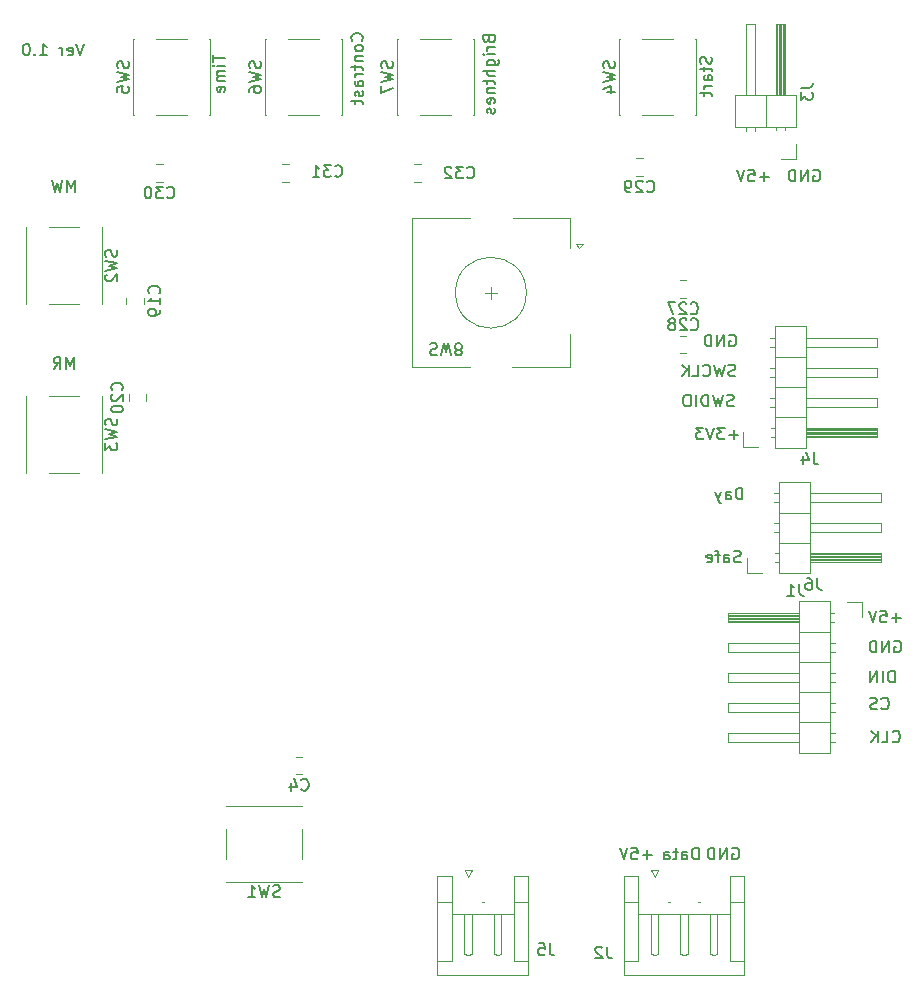
<source format=gbo>
G04 #@! TF.GenerationSoftware,KiCad,Pcbnew,(6.0.1)*
G04 #@! TF.CreationDate,2022-02-14T21:31:14+02:00*
G04 #@! TF.ProjectId,enlarger_timer,656e6c61-7267-4657-925f-74696d65722e,rev?*
G04 #@! TF.SameCoordinates,Original*
G04 #@! TF.FileFunction,Legend,Bot*
G04 #@! TF.FilePolarity,Positive*
%FSLAX46Y46*%
G04 Gerber Fmt 4.6, Leading zero omitted, Abs format (unit mm)*
G04 Created by KiCad (PCBNEW (6.0.1)) date 2022-02-14 21:31:14*
%MOMM*%
%LPD*%
G01*
G04 APERTURE LIST*
%ADD10C,0.150000*%
%ADD11C,0.120000*%
G04 APERTURE END LIST*
D10*
X125705857Y-44918380D02*
X125372523Y-45918380D01*
X125039190Y-44918380D01*
X124324904Y-45870761D02*
X124420142Y-45918380D01*
X124610619Y-45918380D01*
X124705857Y-45870761D01*
X124753476Y-45775523D01*
X124753476Y-45394571D01*
X124705857Y-45299333D01*
X124610619Y-45251714D01*
X124420142Y-45251714D01*
X124324904Y-45299333D01*
X124277285Y-45394571D01*
X124277285Y-45489809D01*
X124753476Y-45585047D01*
X123848714Y-45918380D02*
X123848714Y-45251714D01*
X123848714Y-45442190D02*
X123801095Y-45346952D01*
X123753476Y-45299333D01*
X123658238Y-45251714D01*
X123563000Y-45251714D01*
X121943952Y-45918380D02*
X122515380Y-45918380D01*
X122229666Y-45918380D02*
X122229666Y-44918380D01*
X122324904Y-45061238D01*
X122420142Y-45156476D01*
X122515380Y-45204095D01*
X121515380Y-45823142D02*
X121467761Y-45870761D01*
X121515380Y-45918380D01*
X121563000Y-45870761D01*
X121515380Y-45823142D01*
X121515380Y-45918380D01*
X120848714Y-44918380D02*
X120753476Y-44918380D01*
X120658238Y-44966000D01*
X120610619Y-45013619D01*
X120563000Y-45108857D01*
X120515380Y-45299333D01*
X120515380Y-45537428D01*
X120563000Y-45727904D01*
X120610619Y-45823142D01*
X120658238Y-45870761D01*
X120753476Y-45918380D01*
X120848714Y-45918380D01*
X120943952Y-45870761D01*
X120991571Y-45823142D01*
X121039190Y-45727904D01*
X121086809Y-45537428D01*
X121086809Y-45299333D01*
X121039190Y-45108857D01*
X120991571Y-45013619D01*
X120943952Y-44966000D01*
X120848714Y-44918380D01*
X178814361Y-46031352D02*
X178861980Y-46174209D01*
X178861980Y-46412304D01*
X178814361Y-46507542D01*
X178766742Y-46555161D01*
X178671504Y-46602780D01*
X178576266Y-46602780D01*
X178481028Y-46555161D01*
X178433409Y-46507542D01*
X178385790Y-46412304D01*
X178338171Y-46221828D01*
X178290552Y-46126590D01*
X178242933Y-46078971D01*
X178147695Y-46031352D01*
X178052457Y-46031352D01*
X177957219Y-46078971D01*
X177909600Y-46126590D01*
X177861980Y-46221828D01*
X177861980Y-46459923D01*
X177909600Y-46602780D01*
X178195314Y-46888495D02*
X178195314Y-47269447D01*
X177861980Y-47031352D02*
X178719123Y-47031352D01*
X178814361Y-47078971D01*
X178861980Y-47174209D01*
X178861980Y-47269447D01*
X178861980Y-48031352D02*
X178338171Y-48031352D01*
X178242933Y-47983733D01*
X178195314Y-47888495D01*
X178195314Y-47698019D01*
X178242933Y-47602780D01*
X178814361Y-48031352D02*
X178861980Y-47936114D01*
X178861980Y-47698019D01*
X178814361Y-47602780D01*
X178719123Y-47555161D01*
X178623885Y-47555161D01*
X178528647Y-47602780D01*
X178481028Y-47698019D01*
X178481028Y-47936114D01*
X178433409Y-48031352D01*
X178861980Y-48507542D02*
X178195314Y-48507542D01*
X178385790Y-48507542D02*
X178290552Y-48555161D01*
X178242933Y-48602780D01*
X178195314Y-48698019D01*
X178195314Y-48793257D01*
X178195314Y-48983733D02*
X178195314Y-49364685D01*
X177861980Y-49126590D02*
X178719123Y-49126590D01*
X178814361Y-49174209D01*
X178861980Y-49269447D01*
X178861980Y-49364685D01*
X124833333Y-72452380D02*
X124833333Y-71452380D01*
X124500000Y-72166666D01*
X124166666Y-71452380D01*
X124166666Y-72452380D01*
X123119047Y-72452380D02*
X123452380Y-71976190D01*
X123690476Y-72452380D02*
X123690476Y-71452380D01*
X123309523Y-71452380D01*
X123214285Y-71500000D01*
X123166666Y-71547619D01*
X123119047Y-71642857D01*
X123119047Y-71785714D01*
X123166666Y-71880952D01*
X123214285Y-71928571D01*
X123309523Y-71976190D01*
X123690476Y-71976190D01*
X124904761Y-57452380D02*
X124904761Y-56452380D01*
X124571428Y-57166666D01*
X124238095Y-56452380D01*
X124238095Y-57452380D01*
X123857142Y-56452380D02*
X123619047Y-57452380D01*
X123428571Y-56738095D01*
X123238095Y-57452380D01*
X123000000Y-56452380D01*
X136612380Y-45878952D02*
X136612380Y-46450380D01*
X137612380Y-46164666D02*
X136612380Y-46164666D01*
X137612380Y-46783714D02*
X136945714Y-46783714D01*
X136612380Y-46783714D02*
X136660000Y-46736095D01*
X136707619Y-46783714D01*
X136660000Y-46831333D01*
X136612380Y-46783714D01*
X136707619Y-46783714D01*
X137612380Y-47259904D02*
X136945714Y-47259904D01*
X137040952Y-47259904D02*
X136993333Y-47307523D01*
X136945714Y-47402761D01*
X136945714Y-47545619D01*
X136993333Y-47640857D01*
X137088571Y-47688476D01*
X137612380Y-47688476D01*
X137088571Y-47688476D02*
X136993333Y-47736095D01*
X136945714Y-47831333D01*
X136945714Y-47974190D01*
X136993333Y-48069428D01*
X137088571Y-48117047D01*
X137612380Y-48117047D01*
X137564761Y-48974190D02*
X137612380Y-48878952D01*
X137612380Y-48688476D01*
X137564761Y-48593238D01*
X137469523Y-48545619D01*
X137088571Y-48545619D01*
X136993333Y-48593238D01*
X136945714Y-48688476D01*
X136945714Y-48878952D01*
X136993333Y-48974190D01*
X137088571Y-49021809D01*
X137183809Y-49021809D01*
X137279047Y-48545619D01*
X149201142Y-44656666D02*
X149248761Y-44609047D01*
X149296380Y-44466190D01*
X149296380Y-44370952D01*
X149248761Y-44228095D01*
X149153523Y-44132857D01*
X149058285Y-44085238D01*
X148867809Y-44037619D01*
X148724952Y-44037619D01*
X148534476Y-44085238D01*
X148439238Y-44132857D01*
X148344000Y-44228095D01*
X148296380Y-44370952D01*
X148296380Y-44466190D01*
X148344000Y-44609047D01*
X148391619Y-44656666D01*
X149296380Y-45228095D02*
X149248761Y-45132857D01*
X149201142Y-45085238D01*
X149105904Y-45037619D01*
X148820190Y-45037619D01*
X148724952Y-45085238D01*
X148677333Y-45132857D01*
X148629714Y-45228095D01*
X148629714Y-45370952D01*
X148677333Y-45466190D01*
X148724952Y-45513809D01*
X148820190Y-45561428D01*
X149105904Y-45561428D01*
X149201142Y-45513809D01*
X149248761Y-45466190D01*
X149296380Y-45370952D01*
X149296380Y-45228095D01*
X148629714Y-45990000D02*
X149296380Y-45990000D01*
X148724952Y-45990000D02*
X148677333Y-46037619D01*
X148629714Y-46132857D01*
X148629714Y-46275714D01*
X148677333Y-46370952D01*
X148772571Y-46418571D01*
X149296380Y-46418571D01*
X148629714Y-46751904D02*
X148629714Y-47132857D01*
X148296380Y-46894761D02*
X149153523Y-46894761D01*
X149248761Y-46942380D01*
X149296380Y-47037619D01*
X149296380Y-47132857D01*
X149296380Y-47466190D02*
X148629714Y-47466190D01*
X148820190Y-47466190D02*
X148724952Y-47513809D01*
X148677333Y-47561428D01*
X148629714Y-47656666D01*
X148629714Y-47751904D01*
X149296380Y-48513809D02*
X148772571Y-48513809D01*
X148677333Y-48466190D01*
X148629714Y-48370952D01*
X148629714Y-48180476D01*
X148677333Y-48085238D01*
X149248761Y-48513809D02*
X149296380Y-48418571D01*
X149296380Y-48180476D01*
X149248761Y-48085238D01*
X149153523Y-48037619D01*
X149058285Y-48037619D01*
X148963047Y-48085238D01*
X148915428Y-48180476D01*
X148915428Y-48418571D01*
X148867809Y-48513809D01*
X149248761Y-48942380D02*
X149296380Y-49037619D01*
X149296380Y-49228095D01*
X149248761Y-49323333D01*
X149153523Y-49370952D01*
X149105904Y-49370952D01*
X149010666Y-49323333D01*
X148963047Y-49228095D01*
X148963047Y-49085238D01*
X148915428Y-48990000D01*
X148820190Y-48942380D01*
X148772571Y-48942380D01*
X148677333Y-48990000D01*
X148629714Y-49085238D01*
X148629714Y-49228095D01*
X148677333Y-49323333D01*
X148629714Y-49656666D02*
X148629714Y-50037619D01*
X148296380Y-49799523D02*
X149153523Y-49799523D01*
X149248761Y-49847142D01*
X149296380Y-49942380D01*
X149296380Y-50037619D01*
X159948571Y-44545619D02*
X159996190Y-44688476D01*
X160043809Y-44736095D01*
X160139047Y-44783714D01*
X160281904Y-44783714D01*
X160377142Y-44736095D01*
X160424761Y-44688476D01*
X160472380Y-44593238D01*
X160472380Y-44212285D01*
X159472380Y-44212285D01*
X159472380Y-44545619D01*
X159520000Y-44640857D01*
X159567619Y-44688476D01*
X159662857Y-44736095D01*
X159758095Y-44736095D01*
X159853333Y-44688476D01*
X159900952Y-44640857D01*
X159948571Y-44545619D01*
X159948571Y-44212285D01*
X160472380Y-45212285D02*
X159805714Y-45212285D01*
X159996190Y-45212285D02*
X159900952Y-45259904D01*
X159853333Y-45307523D01*
X159805714Y-45402761D01*
X159805714Y-45498000D01*
X160472380Y-45831333D02*
X159805714Y-45831333D01*
X159472380Y-45831333D02*
X159520000Y-45783714D01*
X159567619Y-45831333D01*
X159520000Y-45878952D01*
X159472380Y-45831333D01*
X159567619Y-45831333D01*
X159805714Y-46736095D02*
X160615238Y-46736095D01*
X160710476Y-46688476D01*
X160758095Y-46640857D01*
X160805714Y-46545619D01*
X160805714Y-46402761D01*
X160758095Y-46307523D01*
X160424761Y-46736095D02*
X160472380Y-46640857D01*
X160472380Y-46450380D01*
X160424761Y-46355142D01*
X160377142Y-46307523D01*
X160281904Y-46259904D01*
X159996190Y-46259904D01*
X159900952Y-46307523D01*
X159853333Y-46355142D01*
X159805714Y-46450380D01*
X159805714Y-46640857D01*
X159853333Y-46736095D01*
X160472380Y-47212285D02*
X159472380Y-47212285D01*
X160472380Y-47640857D02*
X159948571Y-47640857D01*
X159853333Y-47593238D01*
X159805714Y-47498000D01*
X159805714Y-47355142D01*
X159853333Y-47259904D01*
X159900952Y-47212285D01*
X159805714Y-47974190D02*
X159805714Y-48355142D01*
X159472380Y-48117047D02*
X160329523Y-48117047D01*
X160424761Y-48164666D01*
X160472380Y-48259904D01*
X160472380Y-48355142D01*
X159805714Y-48688476D02*
X160472380Y-48688476D01*
X159900952Y-48688476D02*
X159853333Y-48736095D01*
X159805714Y-48831333D01*
X159805714Y-48974190D01*
X159853333Y-49069428D01*
X159948571Y-49117047D01*
X160472380Y-49117047D01*
X160424761Y-49974190D02*
X160472380Y-49878952D01*
X160472380Y-49688476D01*
X160424761Y-49593238D01*
X160329523Y-49545619D01*
X159948571Y-49545619D01*
X159853333Y-49593238D01*
X159805714Y-49688476D01*
X159805714Y-49878952D01*
X159853333Y-49974190D01*
X159948571Y-50021809D01*
X160043809Y-50021809D01*
X160139047Y-49545619D01*
X160424761Y-50402761D02*
X160472380Y-50498000D01*
X160472380Y-50688476D01*
X160424761Y-50783714D01*
X160329523Y-50831333D01*
X160281904Y-50831333D01*
X160186666Y-50783714D01*
X160139047Y-50688476D01*
X160139047Y-50545619D01*
X160091428Y-50450380D01*
X159996190Y-50402761D01*
X159948571Y-50402761D01*
X159853333Y-50450380D01*
X159805714Y-50545619D01*
X159805714Y-50688476D01*
X159853333Y-50783714D01*
X180593904Y-113038000D02*
X180689142Y-112990380D01*
X180832000Y-112990380D01*
X180974857Y-113038000D01*
X181070095Y-113133238D01*
X181117714Y-113228476D01*
X181165333Y-113418952D01*
X181165333Y-113561809D01*
X181117714Y-113752285D01*
X181070095Y-113847523D01*
X180974857Y-113942761D01*
X180832000Y-113990380D01*
X180736761Y-113990380D01*
X180593904Y-113942761D01*
X180546285Y-113895142D01*
X180546285Y-113561809D01*
X180736761Y-113561809D01*
X180117714Y-113990380D02*
X180117714Y-112990380D01*
X179546285Y-113990380D01*
X179546285Y-112990380D01*
X179070095Y-113990380D02*
X179070095Y-112990380D01*
X178832000Y-112990380D01*
X178689142Y-113038000D01*
X178593904Y-113133238D01*
X178546285Y-113228476D01*
X178498666Y-113418952D01*
X178498666Y-113561809D01*
X178546285Y-113752285D01*
X178593904Y-113847523D01*
X178689142Y-113942761D01*
X178832000Y-113990380D01*
X179070095Y-113990380D01*
X177728380Y-113990380D02*
X177728380Y-112990380D01*
X177490285Y-112990380D01*
X177347428Y-113038000D01*
X177252190Y-113133238D01*
X177204571Y-113228476D01*
X177156952Y-113418952D01*
X177156952Y-113561809D01*
X177204571Y-113752285D01*
X177252190Y-113847523D01*
X177347428Y-113942761D01*
X177490285Y-113990380D01*
X177728380Y-113990380D01*
X176299809Y-113990380D02*
X176299809Y-113466571D01*
X176347428Y-113371333D01*
X176442666Y-113323714D01*
X176633142Y-113323714D01*
X176728380Y-113371333D01*
X176299809Y-113942761D02*
X176395047Y-113990380D01*
X176633142Y-113990380D01*
X176728380Y-113942761D01*
X176776000Y-113847523D01*
X176776000Y-113752285D01*
X176728380Y-113657047D01*
X176633142Y-113609428D01*
X176395047Y-113609428D01*
X176299809Y-113561809D01*
X175966476Y-113323714D02*
X175585523Y-113323714D01*
X175823619Y-112990380D02*
X175823619Y-113847523D01*
X175776000Y-113942761D01*
X175680761Y-113990380D01*
X175585523Y-113990380D01*
X174823619Y-113990380D02*
X174823619Y-113466571D01*
X174871238Y-113371333D01*
X174966476Y-113323714D01*
X175156952Y-113323714D01*
X175252190Y-113371333D01*
X174823619Y-113942761D02*
X174918857Y-113990380D01*
X175156952Y-113990380D01*
X175252190Y-113942761D01*
X175299809Y-113847523D01*
X175299809Y-113752285D01*
X175252190Y-113657047D01*
X175156952Y-113609428D01*
X174918857Y-113609428D01*
X174823619Y-113561809D01*
X173751714Y-113609428D02*
X172989809Y-113609428D01*
X173370761Y-113990380D02*
X173370761Y-113228476D01*
X172037428Y-112990380D02*
X172513619Y-112990380D01*
X172561238Y-113466571D01*
X172513619Y-113418952D01*
X172418380Y-113371333D01*
X172180285Y-113371333D01*
X172085047Y-113418952D01*
X172037428Y-113466571D01*
X171989809Y-113561809D01*
X171989809Y-113799904D01*
X172037428Y-113895142D01*
X172085047Y-113942761D01*
X172180285Y-113990380D01*
X172418380Y-113990380D01*
X172513619Y-113942761D01*
X172561238Y-113895142D01*
X171704095Y-112990380D02*
X171370761Y-113990380D01*
X171037428Y-112990380D01*
X187451904Y-55634000D02*
X187547142Y-55586380D01*
X187690000Y-55586380D01*
X187832857Y-55634000D01*
X187928095Y-55729238D01*
X187975714Y-55824476D01*
X188023333Y-56014952D01*
X188023333Y-56157809D01*
X187975714Y-56348285D01*
X187928095Y-56443523D01*
X187832857Y-56538761D01*
X187690000Y-56586380D01*
X187594761Y-56586380D01*
X187451904Y-56538761D01*
X187404285Y-56491142D01*
X187404285Y-56157809D01*
X187594761Y-56157809D01*
X186975714Y-56586380D02*
X186975714Y-55586380D01*
X186404285Y-56586380D01*
X186404285Y-55586380D01*
X185928095Y-56586380D02*
X185928095Y-55586380D01*
X185690000Y-55586380D01*
X185547142Y-55634000D01*
X185451904Y-55729238D01*
X185404285Y-55824476D01*
X185356666Y-56014952D01*
X185356666Y-56157809D01*
X185404285Y-56348285D01*
X185451904Y-56443523D01*
X185547142Y-56538761D01*
X185690000Y-56586380D01*
X185928095Y-56586380D01*
X183657714Y-56205428D02*
X182895809Y-56205428D01*
X183276761Y-56586380D02*
X183276761Y-55824476D01*
X181943428Y-55586380D02*
X182419619Y-55586380D01*
X182467238Y-56062571D01*
X182419619Y-56014952D01*
X182324380Y-55967333D01*
X182086285Y-55967333D01*
X181991047Y-56014952D01*
X181943428Y-56062571D01*
X181895809Y-56157809D01*
X181895809Y-56395904D01*
X181943428Y-56491142D01*
X181991047Y-56538761D01*
X182086285Y-56586380D01*
X182324380Y-56586380D01*
X182419619Y-56538761D01*
X182467238Y-56491142D01*
X181610095Y-55586380D02*
X181276761Y-56586380D01*
X180943428Y-55586380D01*
X181085904Y-78049428D02*
X180324000Y-78049428D01*
X180704952Y-78430380D02*
X180704952Y-77668476D01*
X179943047Y-77430380D02*
X179324000Y-77430380D01*
X179657333Y-77811333D01*
X179514476Y-77811333D01*
X179419238Y-77858952D01*
X179371619Y-77906571D01*
X179324000Y-78001809D01*
X179324000Y-78239904D01*
X179371619Y-78335142D01*
X179419238Y-78382761D01*
X179514476Y-78430380D01*
X179800190Y-78430380D01*
X179895428Y-78382761D01*
X179943047Y-78335142D01*
X179038285Y-77430380D02*
X178704952Y-78430380D01*
X178371619Y-77430380D01*
X178133523Y-77430380D02*
X177514476Y-77430380D01*
X177847809Y-77811333D01*
X177704952Y-77811333D01*
X177609714Y-77858952D01*
X177562095Y-77906571D01*
X177514476Y-78001809D01*
X177514476Y-78239904D01*
X177562095Y-78335142D01*
X177609714Y-78382761D01*
X177704952Y-78430380D01*
X177990666Y-78430380D01*
X178085904Y-78382761D01*
X178133523Y-78335142D01*
X180681047Y-75588761D02*
X180538190Y-75636380D01*
X180300095Y-75636380D01*
X180204857Y-75588761D01*
X180157238Y-75541142D01*
X180109619Y-75445904D01*
X180109619Y-75350666D01*
X180157238Y-75255428D01*
X180204857Y-75207809D01*
X180300095Y-75160190D01*
X180490571Y-75112571D01*
X180585809Y-75064952D01*
X180633428Y-75017333D01*
X180681047Y-74922095D01*
X180681047Y-74826857D01*
X180633428Y-74731619D01*
X180585809Y-74684000D01*
X180490571Y-74636380D01*
X180252476Y-74636380D01*
X180109619Y-74684000D01*
X179776285Y-74636380D02*
X179538190Y-75636380D01*
X179347714Y-74922095D01*
X179157238Y-75636380D01*
X178919142Y-74636380D01*
X178538190Y-75636380D02*
X178538190Y-74636380D01*
X178300095Y-74636380D01*
X178157238Y-74684000D01*
X178062000Y-74779238D01*
X178014380Y-74874476D01*
X177966761Y-75064952D01*
X177966761Y-75207809D01*
X178014380Y-75398285D01*
X178062000Y-75493523D01*
X178157238Y-75588761D01*
X178300095Y-75636380D01*
X178538190Y-75636380D01*
X177538190Y-75636380D02*
X177538190Y-74636380D01*
X176871523Y-74636380D02*
X176681047Y-74636380D01*
X176585809Y-74684000D01*
X176490571Y-74779238D01*
X176442952Y-74969714D01*
X176442952Y-75303047D01*
X176490571Y-75493523D01*
X176585809Y-75588761D01*
X176681047Y-75636380D01*
X176871523Y-75636380D01*
X176966761Y-75588761D01*
X177062000Y-75493523D01*
X177109619Y-75303047D01*
X177109619Y-74969714D01*
X177062000Y-74779238D01*
X176966761Y-74684000D01*
X176871523Y-74636380D01*
X180823904Y-73048761D02*
X180681047Y-73096380D01*
X180442952Y-73096380D01*
X180347714Y-73048761D01*
X180300095Y-73001142D01*
X180252476Y-72905904D01*
X180252476Y-72810666D01*
X180300095Y-72715428D01*
X180347714Y-72667809D01*
X180442952Y-72620190D01*
X180633428Y-72572571D01*
X180728666Y-72524952D01*
X180776285Y-72477333D01*
X180823904Y-72382095D01*
X180823904Y-72286857D01*
X180776285Y-72191619D01*
X180728666Y-72144000D01*
X180633428Y-72096380D01*
X180395333Y-72096380D01*
X180252476Y-72144000D01*
X179919142Y-72096380D02*
X179681047Y-73096380D01*
X179490571Y-72382095D01*
X179300095Y-73096380D01*
X179062000Y-72096380D01*
X178109619Y-73001142D02*
X178157238Y-73048761D01*
X178300095Y-73096380D01*
X178395333Y-73096380D01*
X178538190Y-73048761D01*
X178633428Y-72953523D01*
X178681047Y-72858285D01*
X178728666Y-72667809D01*
X178728666Y-72524952D01*
X178681047Y-72334476D01*
X178633428Y-72239238D01*
X178538190Y-72144000D01*
X178395333Y-72096380D01*
X178300095Y-72096380D01*
X178157238Y-72144000D01*
X178109619Y-72191619D01*
X177204857Y-73096380D02*
X177681047Y-73096380D01*
X177681047Y-72096380D01*
X176871523Y-73096380D02*
X176871523Y-72096380D01*
X176300095Y-73096380D02*
X176728666Y-72524952D01*
X176300095Y-72096380D02*
X176871523Y-72667809D01*
X180339904Y-69604000D02*
X180435142Y-69556380D01*
X180578000Y-69556380D01*
X180720857Y-69604000D01*
X180816095Y-69699238D01*
X180863714Y-69794476D01*
X180911333Y-69984952D01*
X180911333Y-70127809D01*
X180863714Y-70318285D01*
X180816095Y-70413523D01*
X180720857Y-70508761D01*
X180578000Y-70556380D01*
X180482761Y-70556380D01*
X180339904Y-70508761D01*
X180292285Y-70461142D01*
X180292285Y-70127809D01*
X180482761Y-70127809D01*
X179863714Y-70556380D02*
X179863714Y-69556380D01*
X179292285Y-70556380D01*
X179292285Y-69556380D01*
X178816095Y-70556380D02*
X178816095Y-69556380D01*
X178578000Y-69556380D01*
X178435142Y-69604000D01*
X178339904Y-69699238D01*
X178292285Y-69794476D01*
X178244666Y-69984952D01*
X178244666Y-70127809D01*
X178292285Y-70318285D01*
X178339904Y-70413523D01*
X178435142Y-70508761D01*
X178578000Y-70556380D01*
X178816095Y-70556380D01*
X181284380Y-88796761D02*
X181141523Y-88844380D01*
X180903428Y-88844380D01*
X180808190Y-88796761D01*
X180760571Y-88749142D01*
X180712952Y-88653904D01*
X180712952Y-88558666D01*
X180760571Y-88463428D01*
X180808190Y-88415809D01*
X180903428Y-88368190D01*
X181093904Y-88320571D01*
X181189142Y-88272952D01*
X181236761Y-88225333D01*
X181284380Y-88130095D01*
X181284380Y-88034857D01*
X181236761Y-87939619D01*
X181189142Y-87892000D01*
X181093904Y-87844380D01*
X180855809Y-87844380D01*
X180712952Y-87892000D01*
X179855809Y-88844380D02*
X179855809Y-88320571D01*
X179903428Y-88225333D01*
X179998666Y-88177714D01*
X180189142Y-88177714D01*
X180284380Y-88225333D01*
X179855809Y-88796761D02*
X179951047Y-88844380D01*
X180189142Y-88844380D01*
X180284380Y-88796761D01*
X180332000Y-88701523D01*
X180332000Y-88606285D01*
X180284380Y-88511047D01*
X180189142Y-88463428D01*
X179951047Y-88463428D01*
X179855809Y-88415809D01*
X179522476Y-88177714D02*
X179141523Y-88177714D01*
X179379619Y-88844380D02*
X179379619Y-87987238D01*
X179332000Y-87892000D01*
X179236761Y-87844380D01*
X179141523Y-87844380D01*
X178427238Y-88796761D02*
X178522476Y-88844380D01*
X178712952Y-88844380D01*
X178808190Y-88796761D01*
X178855809Y-88701523D01*
X178855809Y-88320571D01*
X178808190Y-88225333D01*
X178712952Y-88177714D01*
X178522476Y-88177714D01*
X178427238Y-88225333D01*
X178379619Y-88320571D01*
X178379619Y-88415809D01*
X178855809Y-88511047D01*
X181435238Y-83510380D02*
X181435238Y-82510380D01*
X181197142Y-82510380D01*
X181054285Y-82558000D01*
X180959047Y-82653238D01*
X180911428Y-82748476D01*
X180863809Y-82938952D01*
X180863809Y-83081809D01*
X180911428Y-83272285D01*
X180959047Y-83367523D01*
X181054285Y-83462761D01*
X181197142Y-83510380D01*
X181435238Y-83510380D01*
X180006666Y-83510380D02*
X180006666Y-82986571D01*
X180054285Y-82891333D01*
X180149523Y-82843714D01*
X180340000Y-82843714D01*
X180435238Y-82891333D01*
X180006666Y-83462761D02*
X180101904Y-83510380D01*
X180340000Y-83510380D01*
X180435238Y-83462761D01*
X180482857Y-83367523D01*
X180482857Y-83272285D01*
X180435238Y-83177047D01*
X180340000Y-83129428D01*
X180101904Y-83129428D01*
X180006666Y-83081809D01*
X179625714Y-82843714D02*
X179387619Y-83510380D01*
X179149523Y-82843714D02*
X179387619Y-83510380D01*
X179482857Y-83748476D01*
X179530476Y-83796095D01*
X179625714Y-83843714D01*
X194833714Y-93543428D02*
X194071809Y-93543428D01*
X194452761Y-93924380D02*
X194452761Y-93162476D01*
X193119428Y-92924380D02*
X193595619Y-92924380D01*
X193643238Y-93400571D01*
X193595619Y-93352952D01*
X193500380Y-93305333D01*
X193262285Y-93305333D01*
X193167047Y-93352952D01*
X193119428Y-93400571D01*
X193071809Y-93495809D01*
X193071809Y-93733904D01*
X193119428Y-93829142D01*
X193167047Y-93876761D01*
X193262285Y-93924380D01*
X193500380Y-93924380D01*
X193595619Y-93876761D01*
X193643238Y-93829142D01*
X192786095Y-92924380D02*
X192452761Y-93924380D01*
X192119428Y-92924380D01*
X194309904Y-95512000D02*
X194405142Y-95464380D01*
X194548000Y-95464380D01*
X194690857Y-95512000D01*
X194786095Y-95607238D01*
X194833714Y-95702476D01*
X194881333Y-95892952D01*
X194881333Y-96035809D01*
X194833714Y-96226285D01*
X194786095Y-96321523D01*
X194690857Y-96416761D01*
X194548000Y-96464380D01*
X194452761Y-96464380D01*
X194309904Y-96416761D01*
X194262285Y-96369142D01*
X194262285Y-96035809D01*
X194452761Y-96035809D01*
X193833714Y-96464380D02*
X193833714Y-95464380D01*
X193262285Y-96464380D01*
X193262285Y-95464380D01*
X192786095Y-96464380D02*
X192786095Y-95464380D01*
X192548000Y-95464380D01*
X192405142Y-95512000D01*
X192309904Y-95607238D01*
X192262285Y-95702476D01*
X192214666Y-95892952D01*
X192214666Y-96035809D01*
X192262285Y-96226285D01*
X192309904Y-96321523D01*
X192405142Y-96416761D01*
X192548000Y-96464380D01*
X192786095Y-96464380D01*
X194143238Y-103989142D02*
X194190857Y-104036761D01*
X194333714Y-104084380D01*
X194428952Y-104084380D01*
X194571809Y-104036761D01*
X194667047Y-103941523D01*
X194714666Y-103846285D01*
X194762285Y-103655809D01*
X194762285Y-103512952D01*
X194714666Y-103322476D01*
X194667047Y-103227238D01*
X194571809Y-103132000D01*
X194428952Y-103084380D01*
X194333714Y-103084380D01*
X194190857Y-103132000D01*
X194143238Y-103179619D01*
X193238476Y-104084380D02*
X193714666Y-104084380D01*
X193714666Y-103084380D01*
X192905142Y-104084380D02*
X192905142Y-103084380D01*
X192333714Y-104084380D02*
X192762285Y-103512952D01*
X192333714Y-103084380D02*
X192905142Y-103655809D01*
X193206666Y-101195142D02*
X193254285Y-101242761D01*
X193397142Y-101290380D01*
X193492380Y-101290380D01*
X193635238Y-101242761D01*
X193730476Y-101147523D01*
X193778095Y-101052285D01*
X193825714Y-100861809D01*
X193825714Y-100718952D01*
X193778095Y-100528476D01*
X193730476Y-100433238D01*
X193635238Y-100338000D01*
X193492380Y-100290380D01*
X193397142Y-100290380D01*
X193254285Y-100338000D01*
X193206666Y-100385619D01*
X192825714Y-101242761D02*
X192682857Y-101290380D01*
X192444761Y-101290380D01*
X192349523Y-101242761D01*
X192301904Y-101195142D01*
X192254285Y-101099904D01*
X192254285Y-101004666D01*
X192301904Y-100909428D01*
X192349523Y-100861809D01*
X192444761Y-100814190D01*
X192635238Y-100766571D01*
X192730476Y-100718952D01*
X192778095Y-100671333D01*
X192825714Y-100576095D01*
X192825714Y-100480857D01*
X192778095Y-100385619D01*
X192730476Y-100338000D01*
X192635238Y-100290380D01*
X192397142Y-100290380D01*
X192254285Y-100338000D01*
X194317809Y-99004380D02*
X194317809Y-98004380D01*
X194079714Y-98004380D01*
X193936857Y-98052000D01*
X193841619Y-98147238D01*
X193794000Y-98242476D01*
X193746380Y-98432952D01*
X193746380Y-98575809D01*
X193794000Y-98766285D01*
X193841619Y-98861523D01*
X193936857Y-98956761D01*
X194079714Y-99004380D01*
X194317809Y-99004380D01*
X193317809Y-99004380D02*
X193317809Y-98004380D01*
X192841619Y-99004380D02*
X192841619Y-98004380D01*
X192270190Y-99004380D01*
X192270190Y-98004380D01*
X155003666Y-70334238D02*
X155146523Y-70286619D01*
X155384619Y-70286619D01*
X155479857Y-70334238D01*
X155527476Y-70381857D01*
X155575095Y-70477095D01*
X155575095Y-70572333D01*
X155527476Y-70667571D01*
X155479857Y-70715190D01*
X155384619Y-70762809D01*
X155194142Y-70810428D01*
X155098904Y-70858047D01*
X155051285Y-70905666D01*
X155003666Y-71000904D01*
X155003666Y-71096142D01*
X155051285Y-71191380D01*
X155098904Y-71239000D01*
X155194142Y-71286619D01*
X155432238Y-71286619D01*
X155575095Y-71239000D01*
X155908428Y-71286619D02*
X156146523Y-70286619D01*
X156337000Y-71000904D01*
X156527476Y-70286619D01*
X156765571Y-71286619D01*
X157289380Y-70858047D02*
X157194142Y-70905666D01*
X157146523Y-70953285D01*
X157098904Y-71048523D01*
X157098904Y-71096142D01*
X157146523Y-71191380D01*
X157194142Y-71239000D01*
X157289380Y-71286619D01*
X157479857Y-71286619D01*
X157575095Y-71239000D01*
X157622714Y-71191380D01*
X157670333Y-71096142D01*
X157670333Y-71048523D01*
X157622714Y-70953285D01*
X157575095Y-70905666D01*
X157479857Y-70858047D01*
X157289380Y-70858047D01*
X157194142Y-70810428D01*
X157146523Y-70762809D01*
X157098904Y-70667571D01*
X157098904Y-70477095D01*
X157146523Y-70381857D01*
X157194142Y-70334238D01*
X157289380Y-70286619D01*
X157479857Y-70286619D01*
X157575095Y-70334238D01*
X157622714Y-70381857D01*
X157670333Y-70477095D01*
X157670333Y-70667571D01*
X157622714Y-70762809D01*
X157575095Y-70810428D01*
X157479857Y-70858047D01*
X128457561Y-76666666D02*
X128505180Y-76809523D01*
X128505180Y-77047619D01*
X128457561Y-77142857D01*
X128409942Y-77190476D01*
X128314704Y-77238095D01*
X128219466Y-77238095D01*
X128124228Y-77190476D01*
X128076609Y-77142857D01*
X128028990Y-77047619D01*
X127981371Y-76857142D01*
X127933752Y-76761904D01*
X127886133Y-76714285D01*
X127790895Y-76666666D01*
X127695657Y-76666666D01*
X127600419Y-76714285D01*
X127552800Y-76761904D01*
X127505180Y-76857142D01*
X127505180Y-77095238D01*
X127552800Y-77238095D01*
X127505180Y-77571428D02*
X128505180Y-77809523D01*
X127790895Y-78000000D01*
X128505180Y-78190476D01*
X127505180Y-78428571D01*
X127505180Y-78714285D02*
X127505180Y-79333333D01*
X127886133Y-79000000D01*
X127886133Y-79142857D01*
X127933752Y-79238095D01*
X127981371Y-79285714D01*
X128076609Y-79333333D01*
X128314704Y-79333333D01*
X128409942Y-79285714D01*
X128457561Y-79238095D01*
X128505180Y-79142857D01*
X128505180Y-78857142D01*
X128457561Y-78761904D01*
X128409942Y-78714285D01*
X128457561Y-62371666D02*
X128505180Y-62514523D01*
X128505180Y-62752619D01*
X128457561Y-62847857D01*
X128409942Y-62895476D01*
X128314704Y-62943095D01*
X128219466Y-62943095D01*
X128124228Y-62895476D01*
X128076609Y-62847857D01*
X128028990Y-62752619D01*
X127981371Y-62562142D01*
X127933752Y-62466904D01*
X127886133Y-62419285D01*
X127790895Y-62371666D01*
X127695657Y-62371666D01*
X127600419Y-62419285D01*
X127552800Y-62466904D01*
X127505180Y-62562142D01*
X127505180Y-62800238D01*
X127552800Y-62943095D01*
X127505180Y-63276428D02*
X128505180Y-63514523D01*
X127790895Y-63705000D01*
X128505180Y-63895476D01*
X127505180Y-64133571D01*
X127600419Y-64466904D02*
X127552800Y-64514523D01*
X127505180Y-64609761D01*
X127505180Y-64847857D01*
X127552800Y-64943095D01*
X127600419Y-64990714D01*
X127695657Y-65038333D01*
X127790895Y-65038333D01*
X127933752Y-64990714D01*
X128505180Y-64419285D01*
X128505180Y-65038333D01*
X128877542Y-74236342D02*
X128925161Y-74188723D01*
X128972780Y-74045866D01*
X128972780Y-73950628D01*
X128925161Y-73807771D01*
X128829923Y-73712533D01*
X128734685Y-73664914D01*
X128544209Y-73617295D01*
X128401352Y-73617295D01*
X128210876Y-73664914D01*
X128115638Y-73712533D01*
X128020400Y-73807771D01*
X127972780Y-73950628D01*
X127972780Y-74045866D01*
X128020400Y-74188723D01*
X128068019Y-74236342D01*
X128068019Y-74617295D02*
X128020400Y-74664914D01*
X127972780Y-74760152D01*
X127972780Y-74998247D01*
X128020400Y-75093485D01*
X128068019Y-75141104D01*
X128163257Y-75188723D01*
X128258495Y-75188723D01*
X128401352Y-75141104D01*
X128972780Y-74569676D01*
X128972780Y-75188723D01*
X127972780Y-75807771D02*
X127972780Y-75903009D01*
X128020400Y-75998247D01*
X128068019Y-76045866D01*
X128163257Y-76093485D01*
X128353733Y-76141104D01*
X128591828Y-76141104D01*
X128782304Y-76093485D01*
X128877542Y-76045866D01*
X128925161Y-75998247D01*
X128972780Y-75903009D01*
X128972780Y-75807771D01*
X128925161Y-75712533D01*
X128877542Y-75664914D01*
X128782304Y-75617295D01*
X128591828Y-75569676D01*
X128353733Y-75569676D01*
X128163257Y-75617295D01*
X128068019Y-75664914D01*
X128020400Y-75712533D01*
X127972780Y-75807771D01*
X132034342Y-66042342D02*
X132081961Y-65994723D01*
X132129580Y-65851866D01*
X132129580Y-65756628D01*
X132081961Y-65613771D01*
X131986723Y-65518533D01*
X131891485Y-65470914D01*
X131701009Y-65423295D01*
X131558152Y-65423295D01*
X131367676Y-65470914D01*
X131272438Y-65518533D01*
X131177200Y-65613771D01*
X131129580Y-65756628D01*
X131129580Y-65851866D01*
X131177200Y-65994723D01*
X131224819Y-66042342D01*
X132129580Y-66994723D02*
X132129580Y-66423295D01*
X132129580Y-66709009D02*
X131129580Y-66709009D01*
X131272438Y-66613771D01*
X131367676Y-66518533D01*
X131415295Y-66423295D01*
X132129580Y-67470914D02*
X132129580Y-67661390D01*
X132081961Y-67756628D01*
X132034342Y-67804247D01*
X131891485Y-67899485D01*
X131701009Y-67947104D01*
X131320057Y-67947104D01*
X131224819Y-67899485D01*
X131177200Y-67851866D01*
X131129580Y-67756628D01*
X131129580Y-67566152D01*
X131177200Y-67470914D01*
X131224819Y-67423295D01*
X131320057Y-67375676D01*
X131558152Y-67375676D01*
X131653390Y-67423295D01*
X131701009Y-67470914D01*
X131748628Y-67566152D01*
X131748628Y-67756628D01*
X131701009Y-67851866D01*
X131653390Y-67899485D01*
X131558152Y-67947104D01*
X187772933Y-90165380D02*
X187772933Y-90879666D01*
X187820552Y-91022523D01*
X187915790Y-91117761D01*
X188058647Y-91165380D01*
X188153885Y-91165380D01*
X186868171Y-90165380D02*
X187058647Y-90165380D01*
X187153885Y-90213000D01*
X187201504Y-90260619D01*
X187296742Y-90403476D01*
X187344361Y-90593952D01*
X187344361Y-90974904D01*
X187296742Y-91070142D01*
X187249123Y-91117761D01*
X187153885Y-91165380D01*
X186963409Y-91165380D01*
X186868171Y-91117761D01*
X186820552Y-91070142D01*
X186772933Y-90974904D01*
X186772933Y-90736809D01*
X186820552Y-90641571D01*
X186868171Y-90593952D01*
X186963409Y-90546333D01*
X187153885Y-90546333D01*
X187249123Y-90593952D01*
X187296742Y-90641571D01*
X187344361Y-90736809D01*
X186385380Y-48656666D02*
X187099666Y-48656666D01*
X187242523Y-48609047D01*
X187337761Y-48513809D01*
X187385380Y-48370952D01*
X187385380Y-48275714D01*
X186385380Y-49037619D02*
X186385380Y-49656666D01*
X186766333Y-49323333D01*
X186766333Y-49466190D01*
X186813952Y-49561428D01*
X186861571Y-49609047D01*
X186956809Y-49656666D01*
X187194904Y-49656666D01*
X187290142Y-49609047D01*
X187337761Y-49561428D01*
X187385380Y-49466190D01*
X187385380Y-49180476D01*
X187337761Y-49085238D01*
X187290142Y-49037619D01*
X151802761Y-46418666D02*
X151850380Y-46561523D01*
X151850380Y-46799619D01*
X151802761Y-46894857D01*
X151755142Y-46942476D01*
X151659904Y-46990095D01*
X151564666Y-46990095D01*
X151469428Y-46942476D01*
X151421809Y-46894857D01*
X151374190Y-46799619D01*
X151326571Y-46609142D01*
X151278952Y-46513904D01*
X151231333Y-46466285D01*
X151136095Y-46418666D01*
X151040857Y-46418666D01*
X150945619Y-46466285D01*
X150898000Y-46513904D01*
X150850380Y-46609142D01*
X150850380Y-46847238D01*
X150898000Y-46990095D01*
X150850380Y-47323428D02*
X151850380Y-47561523D01*
X151136095Y-47752000D01*
X151850380Y-47942476D01*
X150850380Y-48180571D01*
X150850380Y-48466285D02*
X150850380Y-49132952D01*
X151850380Y-48704380D01*
X140626761Y-46418666D02*
X140674380Y-46561523D01*
X140674380Y-46799619D01*
X140626761Y-46894857D01*
X140579142Y-46942476D01*
X140483904Y-46990095D01*
X140388666Y-46990095D01*
X140293428Y-46942476D01*
X140245809Y-46894857D01*
X140198190Y-46799619D01*
X140150571Y-46609142D01*
X140102952Y-46513904D01*
X140055333Y-46466285D01*
X139960095Y-46418666D01*
X139864857Y-46418666D01*
X139769619Y-46466285D01*
X139722000Y-46513904D01*
X139674380Y-46609142D01*
X139674380Y-46847238D01*
X139722000Y-46990095D01*
X139674380Y-47323428D02*
X140674380Y-47561523D01*
X139960095Y-47752000D01*
X140674380Y-47942476D01*
X139674380Y-48180571D01*
X139674380Y-48990095D02*
X139674380Y-48799619D01*
X139722000Y-48704380D01*
X139769619Y-48656761D01*
X139912476Y-48561523D01*
X140102952Y-48513904D01*
X140483904Y-48513904D01*
X140579142Y-48561523D01*
X140626761Y-48609142D01*
X140674380Y-48704380D01*
X140674380Y-48894857D01*
X140626761Y-48990095D01*
X140579142Y-49037714D01*
X140483904Y-49085333D01*
X140245809Y-49085333D01*
X140150571Y-49037714D01*
X140102952Y-48990095D01*
X140055333Y-48894857D01*
X140055333Y-48704380D01*
X140102952Y-48609142D01*
X140150571Y-48561523D01*
X140245809Y-48513904D01*
X129450761Y-46418666D02*
X129498380Y-46561523D01*
X129498380Y-46799619D01*
X129450761Y-46894857D01*
X129403142Y-46942476D01*
X129307904Y-46990095D01*
X129212666Y-46990095D01*
X129117428Y-46942476D01*
X129069809Y-46894857D01*
X129022190Y-46799619D01*
X128974571Y-46609142D01*
X128926952Y-46513904D01*
X128879333Y-46466285D01*
X128784095Y-46418666D01*
X128688857Y-46418666D01*
X128593619Y-46466285D01*
X128546000Y-46513904D01*
X128498380Y-46609142D01*
X128498380Y-46847238D01*
X128546000Y-46990095D01*
X128498380Y-47323428D02*
X129498380Y-47561523D01*
X128784095Y-47752000D01*
X129498380Y-47942476D01*
X128498380Y-48180571D01*
X128498380Y-49037714D02*
X128498380Y-48561523D01*
X128974571Y-48513904D01*
X128926952Y-48561523D01*
X128879333Y-48656761D01*
X128879333Y-48894857D01*
X128926952Y-48990095D01*
X128974571Y-49037714D01*
X129069809Y-49085333D01*
X129307904Y-49085333D01*
X129403142Y-49037714D01*
X129450761Y-48990095D01*
X129498380Y-48894857D01*
X129498380Y-48656761D01*
X129450761Y-48561523D01*
X129403142Y-48513904D01*
X170598761Y-46418666D02*
X170646380Y-46561523D01*
X170646380Y-46799619D01*
X170598761Y-46894857D01*
X170551142Y-46942476D01*
X170455904Y-46990095D01*
X170360666Y-46990095D01*
X170265428Y-46942476D01*
X170217809Y-46894857D01*
X170170190Y-46799619D01*
X170122571Y-46609142D01*
X170074952Y-46513904D01*
X170027333Y-46466285D01*
X169932095Y-46418666D01*
X169836857Y-46418666D01*
X169741619Y-46466285D01*
X169694000Y-46513904D01*
X169646380Y-46609142D01*
X169646380Y-46847238D01*
X169694000Y-46990095D01*
X169646380Y-47323428D02*
X170646380Y-47561523D01*
X169932095Y-47752000D01*
X170646380Y-47942476D01*
X169646380Y-48180571D01*
X169979714Y-48990095D02*
X170646380Y-48990095D01*
X169598761Y-48752000D02*
X170313047Y-48513904D01*
X170313047Y-49132952D01*
X142265333Y-117139761D02*
X142122476Y-117187380D01*
X141884380Y-117187380D01*
X141789142Y-117139761D01*
X141741523Y-117092142D01*
X141693904Y-116996904D01*
X141693904Y-116901666D01*
X141741523Y-116806428D01*
X141789142Y-116758809D01*
X141884380Y-116711190D01*
X142074857Y-116663571D01*
X142170095Y-116615952D01*
X142217714Y-116568333D01*
X142265333Y-116473095D01*
X142265333Y-116377857D01*
X142217714Y-116282619D01*
X142170095Y-116235000D01*
X142074857Y-116187380D01*
X141836761Y-116187380D01*
X141693904Y-116235000D01*
X141360571Y-116187380D02*
X141122476Y-117187380D01*
X140932000Y-116473095D01*
X140741523Y-117187380D01*
X140503428Y-116187380D01*
X139598666Y-117187380D02*
X140170095Y-117187380D01*
X139884380Y-117187380D02*
X139884380Y-116187380D01*
X139979619Y-116330238D01*
X140074857Y-116425476D01*
X140170095Y-116473095D01*
X165128533Y-121093080D02*
X165128533Y-121807366D01*
X165176152Y-121950223D01*
X165271390Y-122045461D01*
X165414247Y-122093080D01*
X165509485Y-122093080D01*
X164176152Y-121093080D02*
X164652342Y-121093080D01*
X164699961Y-121569271D01*
X164652342Y-121521652D01*
X164557104Y-121474033D01*
X164319009Y-121474033D01*
X164223771Y-121521652D01*
X164176152Y-121569271D01*
X164128533Y-121664509D01*
X164128533Y-121902604D01*
X164176152Y-121997842D01*
X164223771Y-122045461D01*
X164319009Y-122093080D01*
X164557104Y-122093080D01*
X164652342Y-122045461D01*
X164699961Y-121997842D01*
X169975333Y-121372480D02*
X169975333Y-122086766D01*
X170022952Y-122229623D01*
X170118190Y-122324861D01*
X170261047Y-122372480D01*
X170356285Y-122372480D01*
X169546761Y-121467719D02*
X169499142Y-121420100D01*
X169403904Y-121372480D01*
X169165809Y-121372480D01*
X169070571Y-121420100D01*
X169022952Y-121467719D01*
X168975333Y-121562957D01*
X168975333Y-121658195D01*
X169022952Y-121801052D01*
X169594380Y-122372480D01*
X168975333Y-122372480D01*
X186251333Y-90659380D02*
X186251333Y-91373666D01*
X186298952Y-91516523D01*
X186394190Y-91611761D01*
X186537047Y-91659380D01*
X186632285Y-91659380D01*
X185251333Y-91659380D02*
X185822761Y-91659380D01*
X185537047Y-91659380D02*
X185537047Y-90659380D01*
X185632285Y-90802238D01*
X185727523Y-90897476D01*
X185822761Y-90945095D01*
X187463333Y-79529380D02*
X187463333Y-80243666D01*
X187510952Y-80386523D01*
X187606190Y-80481761D01*
X187749047Y-80529380D01*
X187844285Y-80529380D01*
X186558571Y-79862714D02*
X186558571Y-80529380D01*
X186796666Y-79481761D02*
X187034761Y-80196047D01*
X186415714Y-80196047D01*
X158122857Y-56237142D02*
X158170476Y-56284761D01*
X158313333Y-56332380D01*
X158408571Y-56332380D01*
X158551428Y-56284761D01*
X158646666Y-56189523D01*
X158694285Y-56094285D01*
X158741904Y-55903809D01*
X158741904Y-55760952D01*
X158694285Y-55570476D01*
X158646666Y-55475238D01*
X158551428Y-55380000D01*
X158408571Y-55332380D01*
X158313333Y-55332380D01*
X158170476Y-55380000D01*
X158122857Y-55427619D01*
X157789523Y-55332380D02*
X157170476Y-55332380D01*
X157503809Y-55713333D01*
X157360952Y-55713333D01*
X157265714Y-55760952D01*
X157218095Y-55808571D01*
X157170476Y-55903809D01*
X157170476Y-56141904D01*
X157218095Y-56237142D01*
X157265714Y-56284761D01*
X157360952Y-56332380D01*
X157646666Y-56332380D01*
X157741904Y-56284761D01*
X157789523Y-56237142D01*
X156789523Y-55427619D02*
X156741904Y-55380000D01*
X156646666Y-55332380D01*
X156408571Y-55332380D01*
X156313333Y-55380000D01*
X156265714Y-55427619D01*
X156218095Y-55522857D01*
X156218095Y-55618095D01*
X156265714Y-55760952D01*
X156837142Y-56332380D01*
X156218095Y-56332380D01*
X146946857Y-56110142D02*
X146994476Y-56157761D01*
X147137333Y-56205380D01*
X147232571Y-56205380D01*
X147375428Y-56157761D01*
X147470666Y-56062523D01*
X147518285Y-55967285D01*
X147565904Y-55776809D01*
X147565904Y-55633952D01*
X147518285Y-55443476D01*
X147470666Y-55348238D01*
X147375428Y-55253000D01*
X147232571Y-55205380D01*
X147137333Y-55205380D01*
X146994476Y-55253000D01*
X146946857Y-55300619D01*
X146613523Y-55205380D02*
X145994476Y-55205380D01*
X146327809Y-55586333D01*
X146184952Y-55586333D01*
X146089714Y-55633952D01*
X146042095Y-55681571D01*
X145994476Y-55776809D01*
X145994476Y-56014904D01*
X146042095Y-56110142D01*
X146089714Y-56157761D01*
X146184952Y-56205380D01*
X146470666Y-56205380D01*
X146565904Y-56157761D01*
X146613523Y-56110142D01*
X145042095Y-56205380D02*
X145613523Y-56205380D01*
X145327809Y-56205380D02*
X145327809Y-55205380D01*
X145423047Y-55348238D01*
X145518285Y-55443476D01*
X145613523Y-55491095D01*
X132722857Y-57917142D02*
X132770476Y-57964761D01*
X132913333Y-58012380D01*
X133008571Y-58012380D01*
X133151428Y-57964761D01*
X133246666Y-57869523D01*
X133294285Y-57774285D01*
X133341904Y-57583809D01*
X133341904Y-57440952D01*
X133294285Y-57250476D01*
X133246666Y-57155238D01*
X133151428Y-57060000D01*
X133008571Y-57012380D01*
X132913333Y-57012380D01*
X132770476Y-57060000D01*
X132722857Y-57107619D01*
X132389523Y-57012380D02*
X131770476Y-57012380D01*
X132103809Y-57393333D01*
X131960952Y-57393333D01*
X131865714Y-57440952D01*
X131818095Y-57488571D01*
X131770476Y-57583809D01*
X131770476Y-57821904D01*
X131818095Y-57917142D01*
X131865714Y-57964761D01*
X131960952Y-58012380D01*
X132246666Y-58012380D01*
X132341904Y-57964761D01*
X132389523Y-57917142D01*
X131151428Y-57012380D02*
X131056190Y-57012380D01*
X130960952Y-57060000D01*
X130913333Y-57107619D01*
X130865714Y-57202857D01*
X130818095Y-57393333D01*
X130818095Y-57631428D01*
X130865714Y-57821904D01*
X130913333Y-57917142D01*
X130960952Y-57964761D01*
X131056190Y-58012380D01*
X131151428Y-58012380D01*
X131246666Y-57964761D01*
X131294285Y-57917142D01*
X131341904Y-57821904D01*
X131389523Y-57631428D01*
X131389523Y-57393333D01*
X131341904Y-57202857D01*
X131294285Y-57107619D01*
X131246666Y-57060000D01*
X131151428Y-57012380D01*
X173362857Y-57409142D02*
X173410476Y-57456761D01*
X173553333Y-57504380D01*
X173648571Y-57504380D01*
X173791428Y-57456761D01*
X173886666Y-57361523D01*
X173934285Y-57266285D01*
X173981904Y-57075809D01*
X173981904Y-56932952D01*
X173934285Y-56742476D01*
X173886666Y-56647238D01*
X173791428Y-56552000D01*
X173648571Y-56504380D01*
X173553333Y-56504380D01*
X173410476Y-56552000D01*
X173362857Y-56599619D01*
X172981904Y-56599619D02*
X172934285Y-56552000D01*
X172839047Y-56504380D01*
X172600952Y-56504380D01*
X172505714Y-56552000D01*
X172458095Y-56599619D01*
X172410476Y-56694857D01*
X172410476Y-56790095D01*
X172458095Y-56932952D01*
X173029523Y-57504380D01*
X172410476Y-57504380D01*
X171934285Y-57504380D02*
X171743809Y-57504380D01*
X171648571Y-57456761D01*
X171600952Y-57409142D01*
X171505714Y-57266285D01*
X171458095Y-57075809D01*
X171458095Y-56694857D01*
X171505714Y-56599619D01*
X171553333Y-56552000D01*
X171648571Y-56504380D01*
X171839047Y-56504380D01*
X171934285Y-56552000D01*
X171981904Y-56599619D01*
X172029523Y-56694857D01*
X172029523Y-56932952D01*
X171981904Y-57028190D01*
X171934285Y-57075809D01*
X171839047Y-57123428D01*
X171648571Y-57123428D01*
X171553333Y-57075809D01*
X171505714Y-57028190D01*
X171458095Y-56932952D01*
X177071257Y-69085942D02*
X177118876Y-69133561D01*
X177261733Y-69181180D01*
X177356971Y-69181180D01*
X177499828Y-69133561D01*
X177595066Y-69038323D01*
X177642685Y-68943085D01*
X177690304Y-68752609D01*
X177690304Y-68609752D01*
X177642685Y-68419276D01*
X177595066Y-68324038D01*
X177499828Y-68228800D01*
X177356971Y-68181180D01*
X177261733Y-68181180D01*
X177118876Y-68228800D01*
X177071257Y-68276419D01*
X176690304Y-68276419D02*
X176642685Y-68228800D01*
X176547447Y-68181180D01*
X176309352Y-68181180D01*
X176214114Y-68228800D01*
X176166495Y-68276419D01*
X176118876Y-68371657D01*
X176118876Y-68466895D01*
X176166495Y-68609752D01*
X176737923Y-69181180D01*
X176118876Y-69181180D01*
X175547447Y-68609752D02*
X175642685Y-68562133D01*
X175690304Y-68514514D01*
X175737923Y-68419276D01*
X175737923Y-68371657D01*
X175690304Y-68276419D01*
X175642685Y-68228800D01*
X175547447Y-68181180D01*
X175356971Y-68181180D01*
X175261733Y-68228800D01*
X175214114Y-68276419D01*
X175166495Y-68371657D01*
X175166495Y-68419276D01*
X175214114Y-68514514D01*
X175261733Y-68562133D01*
X175356971Y-68609752D01*
X175547447Y-68609752D01*
X175642685Y-68657371D01*
X175690304Y-68704990D01*
X175737923Y-68800228D01*
X175737923Y-68990704D01*
X175690304Y-69085942D01*
X175642685Y-69133561D01*
X175547447Y-69181180D01*
X175356971Y-69181180D01*
X175261733Y-69133561D01*
X175214114Y-69085942D01*
X175166495Y-68990704D01*
X175166495Y-68800228D01*
X175214114Y-68704990D01*
X175261733Y-68657371D01*
X175356971Y-68609752D01*
X177053857Y-67736542D02*
X177101476Y-67784161D01*
X177244333Y-67831780D01*
X177339571Y-67831780D01*
X177482428Y-67784161D01*
X177577666Y-67688923D01*
X177625285Y-67593685D01*
X177672904Y-67403209D01*
X177672904Y-67260352D01*
X177625285Y-67069876D01*
X177577666Y-66974638D01*
X177482428Y-66879400D01*
X177339571Y-66831780D01*
X177244333Y-66831780D01*
X177101476Y-66879400D01*
X177053857Y-66927019D01*
X176672904Y-66927019D02*
X176625285Y-66879400D01*
X176530047Y-66831780D01*
X176291952Y-66831780D01*
X176196714Y-66879400D01*
X176149095Y-66927019D01*
X176101476Y-67022257D01*
X176101476Y-67117495D01*
X176149095Y-67260352D01*
X176720523Y-67831780D01*
X176101476Y-67831780D01*
X175768142Y-66831780D02*
X175101476Y-66831780D01*
X175530047Y-67831780D01*
X144083066Y-108056742D02*
X144130685Y-108104361D01*
X144273542Y-108151980D01*
X144368780Y-108151980D01*
X144511638Y-108104361D01*
X144606876Y-108009123D01*
X144654495Y-107913885D01*
X144702114Y-107723409D01*
X144702114Y-107580552D01*
X144654495Y-107390076D01*
X144606876Y-107294838D01*
X144511638Y-107199600D01*
X144368780Y-107151980D01*
X144273542Y-107151980D01*
X144130685Y-107199600D01*
X144083066Y-107247219D01*
X143225923Y-107485314D02*
X143225923Y-108151980D01*
X143464019Y-107104361D02*
X143702114Y-107818647D01*
X143083066Y-107818647D01*
D11*
X153440000Y-72300000D02*
X158340000Y-72300000D01*
X153440000Y-59700000D02*
X153440000Y-72300000D01*
X167340000Y-61900000D02*
X167640000Y-62200000D01*
X166840000Y-72300000D02*
X166840000Y-69500000D01*
X161940000Y-72300000D02*
X166840000Y-72300000D01*
X167640000Y-62200000D02*
X167940000Y-61900000D01*
X166840000Y-59700000D02*
X166840000Y-62200000D01*
X167940000Y-61900000D02*
X167340000Y-61900000D01*
X162040000Y-59700000D02*
X166840000Y-59700000D01*
X160640000Y-66000000D02*
X159640000Y-66000000D01*
X160140000Y-65500000D02*
X160140000Y-66500000D01*
X158340000Y-59700000D02*
X153440000Y-59700000D01*
X163140000Y-66000000D02*
G75*
G03*
X163140000Y-66000000I-3000000J0D01*
G01*
X127232800Y-81230000D02*
X127232800Y-74770000D01*
X120772800Y-81230000D02*
X120802800Y-81230000D01*
X125302800Y-81230000D02*
X122702800Y-81230000D01*
X127232800Y-74770000D02*
X127202800Y-74770000D01*
X120772800Y-81230000D02*
X120772800Y-74770000D01*
X127202800Y-81230000D02*
X127232800Y-81230000D01*
X120772800Y-74770000D02*
X120802800Y-74770000D01*
X125302800Y-74770000D02*
X122702800Y-74770000D01*
X127232800Y-66935000D02*
X127232800Y-60475000D01*
X120772800Y-66935000D02*
X120802800Y-66935000D01*
X125302800Y-66935000D02*
X122702800Y-66935000D01*
X127232800Y-60475000D02*
X127202800Y-60475000D01*
X120772800Y-66935000D02*
X120772800Y-60475000D01*
X127202800Y-66935000D02*
X127232800Y-66935000D01*
X120772800Y-60475000D02*
X120802800Y-60475000D01*
X125302800Y-60475000D02*
X122702800Y-60475000D01*
X129465400Y-74617948D02*
X129465400Y-75140452D01*
X130935400Y-74617948D02*
X130935400Y-75140452D01*
X129262200Y-66946452D02*
X129262200Y-66423948D01*
X130732200Y-66946452D02*
X130732200Y-66423948D01*
X187154600Y-88643000D02*
X193154600Y-88643000D01*
X184164600Y-88823000D02*
X184494600Y-88823000D01*
X193154600Y-85523000D02*
X187154600Y-85523000D01*
X184097529Y-83743000D02*
X184494600Y-83743000D01*
X187154600Y-88403000D02*
X193154600Y-88403000D01*
X187154600Y-88823000D02*
X193154600Y-88823000D01*
X187154600Y-82033000D02*
X187154600Y-89773000D01*
X193154600Y-86283000D02*
X193154600Y-85523000D01*
X184164600Y-88063000D02*
X184494600Y-88063000D01*
X187154600Y-86283000D02*
X193154600Y-86283000D01*
X187154600Y-83743000D02*
X193154600Y-83743000D01*
X193154600Y-88823000D02*
X193154600Y-88063000D01*
X187154600Y-89773000D02*
X184494600Y-89773000D01*
X193154600Y-83743000D02*
X193154600Y-82983000D01*
X184097529Y-86283000D02*
X184494600Y-86283000D01*
X187154600Y-88163000D02*
X193154600Y-88163000D01*
X181784600Y-88443000D02*
X181784600Y-89713000D01*
X184097529Y-82983000D02*
X184494600Y-82983000D01*
X184494600Y-89773000D02*
X184494600Y-82033000D01*
X187154600Y-88523000D02*
X193154600Y-88523000D01*
X184494600Y-84633000D02*
X187154600Y-84633000D01*
X187154600Y-88763000D02*
X193154600Y-88763000D01*
X193154600Y-82983000D02*
X187154600Y-82983000D01*
X181784600Y-89713000D02*
X183054600Y-89713000D01*
X193154600Y-88063000D02*
X187154600Y-88063000D01*
X184494600Y-87173000D02*
X187154600Y-87173000D01*
X187154600Y-88283000D02*
X193154600Y-88283000D01*
X184097529Y-85523000D02*
X184494600Y-85523000D01*
X184494600Y-82033000D02*
X187154600Y-82033000D01*
X184503000Y-49275000D02*
X184503000Y-43275000D01*
X181743000Y-43275000D02*
X181743000Y-49275000D01*
X185933000Y-54645000D02*
X185933000Y-53375000D01*
X184743000Y-49275000D02*
X184743000Y-43275000D01*
X185043000Y-49275000D02*
X185043000Y-43275000D01*
X184283000Y-43275000D02*
X184283000Y-49275000D01*
X185993000Y-49275000D02*
X185993000Y-51935000D01*
X185993000Y-51935000D02*
X180793000Y-51935000D01*
X184863000Y-49275000D02*
X184863000Y-43275000D01*
X185043000Y-43275000D02*
X184283000Y-43275000D01*
X184383000Y-49275000D02*
X184383000Y-43275000D01*
X184983000Y-49275000D02*
X184983000Y-43275000D01*
X184663000Y-54645000D02*
X185933000Y-54645000D01*
X183393000Y-51935000D02*
X183393000Y-49275000D01*
X184623000Y-49275000D02*
X184623000Y-43275000D01*
X180793000Y-51935000D02*
X180793000Y-49275000D01*
X184283000Y-52265000D02*
X184283000Y-51935000D01*
X180793000Y-49275000D02*
X185993000Y-49275000D01*
X182503000Y-49275000D02*
X182503000Y-43275000D01*
X181743000Y-52332071D02*
X181743000Y-51935000D01*
X185043000Y-52265000D02*
X185043000Y-51935000D01*
X182503000Y-43275000D02*
X181743000Y-43275000D01*
X182503000Y-52332071D02*
X182503000Y-51935000D01*
X152218000Y-44522000D02*
X152218000Y-50982000D01*
X158678000Y-44522000D02*
X158648000Y-44522000D01*
X154148000Y-44522000D02*
X156748000Y-44522000D01*
X152218000Y-50982000D02*
X152248000Y-50982000D01*
X158678000Y-44522000D02*
X158678000Y-50982000D01*
X152248000Y-44522000D02*
X152218000Y-44522000D01*
X158678000Y-50982000D02*
X158648000Y-50982000D01*
X154148000Y-50982000D02*
X156748000Y-50982000D01*
X142972000Y-50982000D02*
X145572000Y-50982000D01*
X147502000Y-50982000D02*
X147472000Y-50982000D01*
X141072000Y-44522000D02*
X141042000Y-44522000D01*
X147502000Y-44522000D02*
X147502000Y-50982000D01*
X141042000Y-50982000D02*
X141072000Y-50982000D01*
X142972000Y-44522000D02*
X145572000Y-44522000D01*
X147502000Y-44522000D02*
X147472000Y-44522000D01*
X141042000Y-44522000D02*
X141042000Y-50982000D01*
X129866000Y-44522000D02*
X129866000Y-50982000D01*
X136326000Y-44522000D02*
X136296000Y-44522000D01*
X131796000Y-44522000D02*
X134396000Y-44522000D01*
X129866000Y-50982000D02*
X129896000Y-50982000D01*
X136326000Y-44522000D02*
X136326000Y-50982000D01*
X129896000Y-44522000D02*
X129866000Y-44522000D01*
X136326000Y-50982000D02*
X136296000Y-50982000D01*
X131796000Y-50982000D02*
X134396000Y-50982000D01*
X171014000Y-44522000D02*
X171014000Y-50982000D01*
X177474000Y-44522000D02*
X177444000Y-44522000D01*
X172944000Y-44522000D02*
X175544000Y-44522000D01*
X171014000Y-50982000D02*
X171044000Y-50982000D01*
X177474000Y-44522000D02*
X177474000Y-50982000D01*
X171044000Y-44522000D02*
X171014000Y-44522000D01*
X177474000Y-50982000D02*
X177444000Y-50982000D01*
X172944000Y-50982000D02*
X175544000Y-50982000D01*
X137702000Y-115915000D02*
X144162000Y-115915000D01*
X137702000Y-109455000D02*
X137702000Y-109485000D01*
X137702000Y-113985000D02*
X137702000Y-111385000D01*
X144162000Y-115915000D02*
X144162000Y-115885000D01*
X137702000Y-109455000D02*
X144162000Y-109455000D01*
X137702000Y-115885000D02*
X137702000Y-115915000D01*
X144162000Y-109455000D02*
X144162000Y-109485000D01*
X144162000Y-113985000D02*
X144162000Y-111385000D01*
X161031200Y-122010000D02*
X161031200Y-118590000D01*
X162101200Y-122590000D02*
X162101200Y-117590000D01*
X156821200Y-118590000D02*
X162101200Y-118590000D01*
X162101200Y-115390000D02*
X162101200Y-117590000D01*
X160711200Y-122090000D02*
X161031200Y-122010000D01*
X161031200Y-118590000D02*
X160711200Y-118590000D01*
X159381200Y-117590000D02*
X159541200Y-117590000D01*
X158211200Y-115500000D02*
X157911200Y-114900000D01*
X163321200Y-123810000D02*
X163321200Y-115390000D01*
X156821200Y-122590000D02*
X156821200Y-117590000D01*
X155601200Y-122590000D02*
X156821200Y-122590000D01*
X158211200Y-118590000D02*
X157891200Y-118590000D01*
X157911200Y-114900000D02*
X158511200Y-114900000D01*
X157891200Y-118590000D02*
X157891200Y-122010000D01*
X158511200Y-114900000D02*
X158211200Y-115500000D01*
X158211200Y-122090000D02*
X158531200Y-122010000D01*
X156821200Y-115390000D02*
X155601200Y-115390000D01*
X160711200Y-118590000D02*
X160391200Y-118590000D01*
X163321200Y-115390000D02*
X162101200Y-115390000D01*
X155601200Y-123810000D02*
X163321200Y-123810000D01*
X160391200Y-122010000D02*
X160711200Y-122090000D01*
X157891200Y-122010000D02*
X158211200Y-122090000D01*
X155601200Y-115390000D02*
X155601200Y-123810000D01*
X158531200Y-118590000D02*
X158211200Y-118590000D01*
X162101200Y-117590000D02*
X163321200Y-117590000D01*
X156821200Y-117590000D02*
X155601200Y-117590000D01*
X158531200Y-122010000D02*
X158531200Y-118590000D01*
X163321200Y-122590000D02*
X162101200Y-122590000D01*
X156821200Y-117590000D02*
X156821200Y-115390000D01*
X160391200Y-118590000D02*
X160391200Y-122010000D01*
X176820000Y-118590000D02*
X176500000Y-118590000D01*
X173680000Y-118590000D02*
X173680000Y-122010000D01*
X171390000Y-123810000D02*
X181610000Y-123810000D01*
X180390000Y-117590000D02*
X181610000Y-117590000D01*
X178680000Y-122010000D02*
X179000000Y-122090000D01*
X180390000Y-122590000D02*
X180390000Y-117590000D01*
X174000000Y-115500000D02*
X173700000Y-114900000D01*
X177670000Y-117590000D02*
X177830000Y-117590000D01*
X181610000Y-115390000D02*
X180390000Y-115390000D01*
X179320000Y-118590000D02*
X179000000Y-118590000D01*
X174320000Y-122010000D02*
X174320000Y-118590000D01*
X171390000Y-115390000D02*
X171390000Y-123810000D01*
X174000000Y-122090000D02*
X174320000Y-122010000D01*
X174320000Y-118590000D02*
X174000000Y-118590000D01*
X174300000Y-114900000D02*
X174000000Y-115500000D01*
X176180000Y-118590000D02*
X176180000Y-122010000D01*
X179320000Y-122010000D02*
X179320000Y-118590000D01*
X181610000Y-122590000D02*
X180390000Y-122590000D01*
X181610000Y-123810000D02*
X181610000Y-115390000D01*
X172610000Y-117590000D02*
X171390000Y-117590000D01*
X179000000Y-118590000D02*
X178680000Y-118590000D01*
X172610000Y-122590000D02*
X172610000Y-117590000D01*
X176180000Y-122010000D02*
X176500000Y-122090000D01*
X176500000Y-122090000D02*
X176820000Y-122010000D01*
X175170000Y-117590000D02*
X175330000Y-117590000D01*
X173680000Y-122010000D02*
X174000000Y-122090000D01*
X172610000Y-117590000D02*
X172610000Y-115390000D01*
X174000000Y-118590000D02*
X173680000Y-118590000D01*
X179000000Y-122090000D02*
X179320000Y-122010000D01*
X172610000Y-115390000D02*
X171390000Y-115390000D01*
X176820000Y-122010000D02*
X176820000Y-118590000D01*
X176500000Y-118590000D02*
X176180000Y-118590000D01*
X171390000Y-122590000D02*
X172610000Y-122590000D01*
X172610000Y-118590000D02*
X180390000Y-118590000D01*
X180390000Y-115390000D02*
X180390000Y-117590000D01*
X173700000Y-114900000D02*
X174300000Y-114900000D01*
X178680000Y-118590000D02*
X178680000Y-122010000D01*
X189260071Y-101477000D02*
X188863000Y-101477000D01*
X180203000Y-101477000D02*
X186203000Y-101477000D01*
X186203000Y-104967000D02*
X186203000Y-92147000D01*
X186203000Y-92147000D02*
X188863000Y-92147000D01*
X188863000Y-97287000D02*
X186203000Y-97287000D01*
X189260071Y-98937000D02*
X188863000Y-98937000D01*
X188863000Y-102367000D02*
X186203000Y-102367000D01*
X189260071Y-98177000D02*
X188863000Y-98177000D01*
X191573000Y-92207000D02*
X190303000Y-92207000D01*
X180203000Y-96397000D02*
X186203000Y-96397000D01*
X188863000Y-94747000D02*
X186203000Y-94747000D01*
X188863000Y-99827000D02*
X186203000Y-99827000D01*
X189193000Y-93857000D02*
X188863000Y-93857000D01*
X188863000Y-92147000D02*
X188863000Y-104967000D01*
X189260071Y-104017000D02*
X188863000Y-104017000D01*
X180203000Y-98177000D02*
X180203000Y-98937000D01*
X186203000Y-95637000D02*
X180203000Y-95637000D01*
X189260071Y-103257000D02*
X188863000Y-103257000D01*
X186203000Y-98177000D02*
X180203000Y-98177000D01*
X180203000Y-98937000D02*
X186203000Y-98937000D01*
X188863000Y-104967000D02*
X186203000Y-104967000D01*
X186203000Y-93517000D02*
X180203000Y-93517000D01*
X180203000Y-93857000D02*
X186203000Y-93857000D01*
X186203000Y-93157000D02*
X180203000Y-93157000D01*
X189260071Y-95637000D02*
X188863000Y-95637000D01*
X186203000Y-93277000D02*
X180203000Y-93277000D01*
X180203000Y-95637000D02*
X180203000Y-96397000D01*
X186203000Y-93397000D02*
X180203000Y-93397000D01*
X189193000Y-93097000D02*
X188863000Y-93097000D01*
X186203000Y-93757000D02*
X180203000Y-93757000D01*
X189260071Y-96397000D02*
X188863000Y-96397000D01*
X186203000Y-93637000D02*
X180203000Y-93637000D01*
X186203000Y-100717000D02*
X180203000Y-100717000D01*
X180203000Y-100717000D02*
X180203000Y-101477000D01*
X180203000Y-93097000D02*
X180203000Y-93857000D01*
X186203000Y-93097000D02*
X180203000Y-93097000D01*
X186203000Y-103257000D02*
X180203000Y-103257000D01*
X191573000Y-93477000D02*
X191573000Y-92207000D01*
X180203000Y-104017000D02*
X186203000Y-104017000D01*
X189260071Y-100717000D02*
X188863000Y-100717000D01*
X180203000Y-103257000D02*
X180203000Y-104017000D01*
X192845000Y-78187000D02*
X192845000Y-77427000D01*
X184185000Y-79137000D02*
X184185000Y-68857000D01*
X186845000Y-78127000D02*
X192845000Y-78127000D01*
X186845000Y-75647000D02*
X192845000Y-75647000D01*
X183787929Y-72347000D02*
X184185000Y-72347000D01*
X192845000Y-70567000D02*
X192845000Y-69807000D01*
X192845000Y-77427000D02*
X186845000Y-77427000D01*
X184185000Y-73997000D02*
X186845000Y-73997000D01*
X186845000Y-78187000D02*
X192845000Y-78187000D01*
X186845000Y-68857000D02*
X186845000Y-79137000D01*
X192845000Y-69807000D02*
X186845000Y-69807000D01*
X181475000Y-79077000D02*
X182745000Y-79077000D01*
X183855000Y-78187000D02*
X184185000Y-78187000D01*
X184185000Y-68857000D02*
X186845000Y-68857000D01*
X186845000Y-77527000D02*
X192845000Y-77527000D01*
X186845000Y-79137000D02*
X184185000Y-79137000D01*
X192845000Y-73107000D02*
X192845000Y-72347000D01*
X186845000Y-70567000D02*
X192845000Y-70567000D01*
X183855000Y-77427000D02*
X184185000Y-77427000D01*
X183787929Y-73107000D02*
X184185000Y-73107000D01*
X183787929Y-69807000D02*
X184185000Y-69807000D01*
X186845000Y-78007000D02*
X192845000Y-78007000D01*
X183787929Y-74887000D02*
X184185000Y-74887000D01*
X192845000Y-72347000D02*
X186845000Y-72347000D01*
X184185000Y-71457000D02*
X186845000Y-71457000D01*
X183787929Y-70567000D02*
X184185000Y-70567000D01*
X186845000Y-77647000D02*
X192845000Y-77647000D01*
X183787929Y-75647000D02*
X184185000Y-75647000D01*
X186845000Y-73107000D02*
X192845000Y-73107000D01*
X186845000Y-77887000D02*
X192845000Y-77887000D01*
X192845000Y-74887000D02*
X186845000Y-74887000D01*
X186845000Y-77767000D02*
X192845000Y-77767000D01*
X184185000Y-76537000D02*
X186845000Y-76537000D01*
X192845000Y-75647000D02*
X192845000Y-74887000D01*
X181475000Y-77807000D02*
X181475000Y-79077000D01*
X153662748Y-55145000D02*
X154185252Y-55145000D01*
X153662748Y-56615000D02*
X154185252Y-56615000D01*
X142486748Y-55145000D02*
X143009252Y-55145000D01*
X142486748Y-56615000D02*
X143009252Y-56615000D01*
X131818748Y-55145000D02*
X132341252Y-55145000D01*
X131818748Y-56615000D02*
X132341252Y-56615000D01*
X172458748Y-54637000D02*
X172981252Y-54637000D01*
X172458748Y-56107000D02*
X172981252Y-56107000D01*
X176689652Y-71143800D02*
X176167148Y-71143800D01*
X176689652Y-69673800D02*
X176167148Y-69673800D01*
X176149748Y-64964400D02*
X176672252Y-64964400D01*
X176149748Y-66434400D02*
X176672252Y-66434400D01*
X143655148Y-105284600D02*
X144177652Y-105284600D01*
X143655148Y-106754600D02*
X144177652Y-106754600D01*
M02*

</source>
